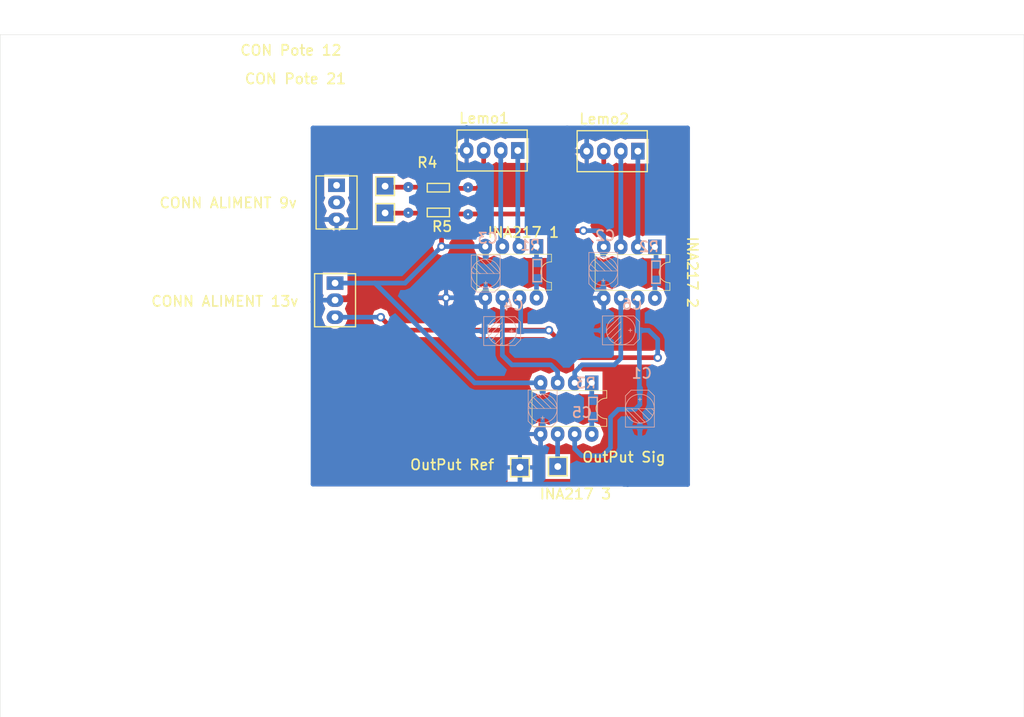
<source format=kicad_pcb>
(kicad_pcb (version 20221018) (generator pcbnew)
  (layers (0 "F.Cu" signal "Top Layer") (31 "B.Cu" signal "Bottom Layer") (34 "B.Paste" user "Bottom Paste") (35 "F.Paste" user "Top Paste") (36 "B.SilkS" user "Bottom Overlay") (37 "F.SilkS" user "Top Overlay") (38 "B.Mask" user "Bottom Solder") (39 "F.Mask" user "Top Solder") (44 "Edge.Cuts" user))
  (net 0 "")
  (net 1 "+13")
  (net 2 "-13")
  (net 3 "GND")
  (net 4 "NetCON Pote 12_1")
  (net 5 "NetCON Pote 21_1")
  (net 6 "NetINA217 1_1")
  (net 7 "NetINA217 1_2")
  (net 8 "NetINA217 1_3")
  (net 9 "NetINA217 1_6")
  (net 10 "NetINA217 1_8")
  (net 11 "NetINA217 2_1")
  (net 12 "NetINA217 2_2")
  (net 13 "NetINA217 2_3")
  (net 14 "NetINA217 2_6")
  (net 15 "NetINA217 2_8")
  (net 16 "NetINA217 3_1")
  (net 17 "NetINA217 3_6")
  (net 18 "NetINA217 3_8")
  (net 19 "NetLemo1_3")
  (net 20 "NetLemo2_3")
  (footprint "Libreria Sergio.PcbLib:Bloque.Ter. 3" (layer "F.Cu") (at 122.3761 76.6572 -90)
    (fp_text reference "CONN ALIMENT 9v" (at 3.4798 26.5 unlocked) (layer "F.SilkS") (effects (font (size 1.524 1.524) (thickness 0.254)) (justify left bottom)))
    (fp_text value "Connector" hide)
    (fp_line (start -1.4224 3.048) (end -1.4224 -3.048) (stroke (width 0.2)) (layer "F.SilkS"))
    (fp_line (start 6.477 -3.048) (end -1.4224 -3.048) (stroke (width 0.2)) (layer "F.SilkS"))
    (fp_line (start 6.477 3.048) (end -1.4224 3.048) (stroke (width 0.2)) (layer "F.SilkS"))
    (fp_line (start 6.477 3.048) (end 6.477 -3.048) (stroke (width 0.2)) (layer "F.SilkS"))
    (pad "1" thru_hole rect (at -0.0254 0 270) (size 2 2.5) (drill 1) (layers "*.Cu" "*.Mask"))
    (pad "2" thru_hole oval (at 2.5146 0 270) (size 2 2.5) (drill 1) (layers "*.Cu" "*.Mask"))
    (pad "3" thru_hole oval (at 5.0546 0 270) (size 2 2.5) (drill 1) (layers "*.Cu" "*.Mask") (net 3 "GND"))
  )
  (footprint "Libreria Sergio.PcbLib:Bloque.Ter. 3" (layer "F.Cu") (at 122.1511 91.2114 -90)
    (fp_text reference "CONN ALIMENT 13v" (at 3.5814 27.5 unlocked) (layer "F.SilkS") (effects (font (size 1.524 1.524) (thickness 0.254)) (justify left bottom)))
    (fp_text value "Connector" hide)
    (fp_line (start -1.4224 3.048) (end -1.4224 -3.048) (stroke (width 0.2)) (layer "F.SilkS"))
    (fp_line (start 6.477 -3.048) (end -1.4224 -3.048) (stroke (width 0.2)) (layer "F.SilkS"))
    (fp_line (start 6.477 3.048) (end -1.4224 3.048) (stroke (width 0.2)) (layer "F.SilkS"))
    (fp_line (start 6.477 3.048) (end 6.477 -3.048) (stroke (width 0.2)) (layer "F.SilkS"))
    (pad "1" thru_hole rect (at -0.0254 0 270) (size 2 2.5) (drill 1) (layers "*.Cu" "*.Mask") (net 2 "-13"))
    (pad "2" thru_hole oval (at 2.5146 0 270) (size 2 2.5) (drill 1) (layers "*.Cu" "*.Mask") (net 3 "GND"))
    (pad "3" thru_hole oval (at 5.0546 0 270) (size 2 2.5) (drill 1) (layers "*.Cu" "*.Mask") (net 1 "+13"))
  )
  (footprint "Libreria Sergio.PcbLib:Tira 1 pin" (layer "F.Cu") (at 129.6011 76.7588 90)
    (fp_text reference "CON Pote 12" (at 19.3294 -21.7 unlocked) (layer "F.SilkS") (effects (font (size 1.524 1.524) (thickness 0.254)) (justify left bottom)))
    (fp_text value "Connector" hide)
    (fp_line (start -1.397 -1.397) (end -1.397 1.397) (stroke (width 0.2)) (layer "F.SilkS"))
    (fp_line (start -1.397 -1.397) (end 1.397 -1.397) (stroke (width 0.2)) (layer "F.SilkS"))
    (fp_line (start -1.397 1.397) (end 1.397 1.397) (stroke (width 0.2)) (layer "F.SilkS"))
    (fp_line (start 1.397 -1.397) (end 1.397 1.397) (stroke (width 0.2)) (layer "F.SilkS"))
    (pad "1" thru_hole rect (at 0 0 90) (size 2.5 2.5) (drill 1) (layers "*.Cu" "*.Mask") (net 4 "NetCON Pote 12_1"))
  )
  (footprint "Libreria Sergio.PcbLib:Tira 1 pin" (layer "F.Cu") (at 149.6761 118.618 90)
    (fp_text reference "OutPut Ref" (at -0.5 -16.5 unlocked) (layer "F.SilkS") (effects (font (size 1.524 1.524) (thickness 0.254)) (justify left bottom)))
    (fp_text value "Connector" hide)
    (fp_line (start -1.397 -1.397) (end -1.397 1.397) (stroke (width 0.2)) (layer "F.SilkS"))
    (fp_line (start -1.397 -1.397) (end 1.397 -1.397) (stroke (width 0.2)) (layer "F.SilkS"))
    (fp_line (start -1.397 1.397) (end 1.397 1.397) (stroke (width 0.2)) (layer "F.SilkS"))
    (fp_line (start 1.397 -1.397) (end 1.397 1.397) (stroke (width 0.2)) (layer "F.SilkS"))
    (pad "1" thru_hole rect (at 0 0 90) (size 2.5 2.5) (drill 1) (layers "*.Cu" "*.Mask") (net 3 "GND"))
  )
  (footprint "Libreria Sergio.PcbLib:SMD0805" (layer "F.Cu") (at 137.5261 76.9874)
    (fp_text reference "R4" (at -3.3 -2.8448 unlocked) (layer "F.SilkS") (effects (font (size 1.524 1.524) (thickness 0.254)) (justify left bottom)))
    (fp_text value "Value" hide)
    (fp_line (start -1.651 -0.635) (end 1.651 -0.635) (stroke (width 0.2)) (layer "F.SilkS"))
    (fp_line (start -1.651 0.635) (end -1.651 -0.635) (stroke (width 0.2)) (layer "F.SilkS"))
    (fp_line (start -1.651 0.635) (end 1.651 0.635) (stroke (width 0.2)) (layer "F.SilkS"))
    (fp_line (start 1.651 0.635) (end 1.651 -0.635) (stroke (width 0.2)) (layer "F.SilkS"))
    (pad "1" smd rect (at -1.27 0) (size 1.5 1.5) (layers "F.Cu" "F.Paste" "F.Mask") (net 4 "NetCON Pote 12_1"))
    (pad "2" smd rect (at 1.27 0) (size 1.5 1.5) (layers "F.Cu" "F.Paste" "F.Mask") (net 19 "NetLemo1_3"))
  )
  (footprint "Libreria Sergio.PcbLib:Bloque.Ter. 4" (layer "F.Cu") (at 149.3261 71.4502 180)
    (fp_text reference "Lemo1" (at 8.8608 3.9116 unlocked) (layer "F.SilkS") (effects (font (size 1.524 1.524) (thickness 0.254)) (justify left bottom)))
    (fp_text value "Connector" hide)
    (fp_line (start -1.4224 -3.048) (end -1.4224 3.048) (stroke (width 0.2)) (layer "F.SilkS"))
    (fp_line (start 9.017 -3.048) (end -1.4224 -3.048) (stroke (width 0.2)) (layer "F.SilkS"))
    (fp_line (start 9.017 -3.048) (end 9.017 3.048) (stroke (width 0.2)) (layer "F.SilkS"))
    (fp_line (start 9.017 3.048) (end -1.4224 3.048) (stroke (width 0.2)) (layer "F.SilkS"))
    (pad "1" thru_hole rect (at -0.0254 0 180) (size 2 2.5) (drill 1) (layers "*.Cu" "*.Mask") (net 7 "NetINA217 1_2"))
    (pad "2" thru_hole oval (at 2.5146 0 180) (size 2 2.5) (drill 1) (layers "*.Cu" "*.Mask") (net 8 "NetINA217 1_3"))
    (pad "3" thru_hole oval (at 5.0546 0 180) (size 2 2.5) (drill 1) (layers "*.Cu" "*.Mask") (net 19 "NetLemo1_3"))
    (pad "4" thru_hole oval (at 7.5946 0 180) (size 2 2.5) (drill 1) (layers "*.Cu" "*.Mask") (net 3 "GND"))
  )
  (footprint "Libreria Sergio.PcbLib:DIP 8" (layer "F.Cu") (at 156.5511 109.84661 -90)
    (fp_text reference "INA217 3" (at 13.62279 4.075 unlocked) (layer "F.SilkS") (effects (font (size 1.524 1.524) (thickness 0.254)) (justify left bottom)))
    (fp_text value "X" hide)
    (fp_line (start -2.667 5.08) (end -2.667 -6.03999) (stroke (width 0.1)) (layer "F.SilkS"))
    (fp_line (start -1.52811 -6.03999) (end -2.667 -6.03999) (stroke (width 0.1)) (layer "F.SilkS"))
    (fp_line (start 2.667 -6.03999) (end 1.52811 -6.03999) (stroke (width 0.1)) (layer "F.SilkS"))
    (fp_line (start 2.667 5.08) (end -2.667 5.08) (stroke (width 0.1)) (layer "F.SilkS"))
    (fp_line (start 2.667 5.08) (end 2.667 -6.03999) (stroke (width 0.1)) (layer "F.SilkS"))
    (fp_arc (start 1.528111 -6.040168) (mid 0 -4.445) (end -1.528111 -6.040167) (stroke (width 0.1)) (layer "F.SilkS"))
    (pad "1" thru_hole rect (at -3.81 -3.81 270) (size 2.2 2) (drill 0.9) (layers "*.Cu" "*.Mask") (net 16 "NetINA217 3_1"))
    (pad "2" thru_hole oval (at -3.81 -1.27 270) (size 2.3 2) (drill 0.9) (layers "*.Cu" "*.Mask") (net 14 "NetINA217 2_6"))
    (pad "3" thru_hole oval (at -3.81 1.27 270) (size 2.3 2) (drill 0.9) (layers "*.Cu" "*.Mask") (net 9 "NetINA217 1_6"))
    (pad "4" thru_hole oval (at -3.81 3.81 270) (size 2.3 2) (drill 0.9) (layers "*.Cu" "*.Mask") (net 2 "-13"))
    (pad "5" thru_hole oval (at 3.81 3.81 270) (size 2.3 2) (drill 0.9) (layers "*.Cu" "*.Mask") (net 3 "GND"))
    (pad "6" thru_hole oval (at 3.81 1.27 270) (size 2.3 2) (drill 0.9) (layers "*.Cu" "*.Mask") (net 17 "NetINA217 3_6"))
    (pad "7" thru_hole oval (at 3.81 -1.27 270) (size 2.3 2) (drill 0.9) (layers "*.Cu" "*.Mask") (net 1 "+13"))
    (pad "8" thru_hole oval (at 3.81 -3.81 270) (size 2.3 2) (drill 0.9) (layers "*.Cu" "*.Mask") (net 18 "NetINA217 3_8"))
  )
  (footprint "Libreria Sergio.PcbLib:DIP 8" (layer "F.Cu") (at 148.3261 89.5578 -90)
    (fp_text reference "INA217 1" (at -5.0266 3.6 unlocked) (layer "F.SilkS") (effects (font (size 1.524 1.524) (thickness 0.254)) (justify left bottom)))
    (fp_text value "X" hide)
    (fp_line (start -2.667 5.08) (end -2.667 -6.03999) (stroke (width 0.1)) (layer "F.SilkS"))
    (fp_line (start -1.52811 -6.03999) (end -2.667 -6.03999) (stroke (width 0.1)) (layer "F.SilkS"))
    (fp_line (start 2.667 -6.03999) (end 1.52811 -6.03999) (stroke (width 0.1)) (layer "F.SilkS"))
    (fp_line (start 2.667 5.08) (end -2.667 5.08) (stroke (width 0.1)) (layer "F.SilkS"))
    (fp_line (start 2.667 5.08) (end 2.667 -6.03999) (stroke (width 0.1)) (layer "F.SilkS"))
    (fp_arc (start 1.528111 -6.040168) (mid 0 -4.445) (end -1.528111 -6.040167) (stroke (width 0.1)) (layer "F.SilkS"))
    (pad "1" thru_hole rect (at -3.81 -3.81 270) (size 2.2 2) (drill 0.9) (layers "*.Cu" "*.Mask") (net 6 "NetINA217 1_1"))
    (pad "2" thru_hole oval (at -3.81 -1.27 270) (size 2.3 2) (drill 0.9) (layers "*.Cu" "*.Mask") (net 7 "NetINA217 1_2"))
    (pad "3" thru_hole oval (at -3.81 1.27 270) (size 2.3 2) (drill 0.9) (layers "*.Cu" "*.Mask") (net 8 "NetINA217 1_3"))
    (pad "4" thru_hole oval (at -3.81 3.81 270) (size 2.3 2) (drill 0.9) (layers "*.Cu" "*.Mask") (net 2 "-13"))
    (pad "5" thru_hole oval (at 3.81 3.81 270) (size 2.3 2) (drill 0.9) (layers "*.Cu" "*.Mask") (net 3 "GND"))
    (pad "6" thru_hole oval (at 3.81 1.27 270) (size 2.3 2) (drill 0.9) (layers "*.Cu" "*.Mask") (net 9 "NetINA217 1_6"))
    (pad "7" thru_hole oval (at 3.81 -1.27 270) (size 2.3 2) (drill 0.9) (layers "*.Cu" "*.Mask") (net 1 "+13"))
    (pad "8" thru_hole oval (at 3.81 -3.81 270) (size 2.3 2) (drill 0.9) (layers "*.Cu" "*.Mask") (net 10 "NetINA217 1_8"))
  )
  (footprint "Libreria Sergio.PcbLib:Tira 1 pin" (layer "F.Cu") (at 155.3011 118.491 90)
    (fp_text reference "OutPut Sig" (at 0.5 3.5 unlocked) (layer "F.SilkS") (effects (font (size 1.524 1.524) (thickness 0.254)) (justify left bottom)))
    (fp_text value "Connector" hide)
    (fp_line (start -1.397 -1.397) (end -1.397 1.397) (stroke (width 0.2)) (layer "F.SilkS"))
    (fp_line (start -1.397 -1.397) (end 1.397 -1.397) (stroke (width 0.2)) (layer "F.SilkS"))
    (fp_line (start -1.397 1.397) (end 1.397 1.397) (stroke (width 0.2)) (layer "F.SilkS"))
    (fp_line (start 1.397 -1.397) (end 1.397 1.397) (stroke (width 0.2)) (layer "F.SilkS"))
    (pad "1" thru_hole rect (at 0 0 90) (size 2.5 2.5) (drill 1) (layers "*.Cu" "*.Mask") (net 17 "NetINA217 3_6"))
  )
  (footprint "Libreria Sergio.PcbLib:DIP 8" (layer "F.Cu") (at 165.9511 89.6112 -90)
    (fp_text reference "INA217 2" (at -5.5 -8.5 270 unlocked) (layer "F.SilkS") (effects (font (size 1.524 1.524) (thickness 0.254)) (justify left bottom)))
    (fp_text value "X" hide)
    (fp_line (start -2.667 5.08) (end -2.667 -6.03999) (stroke (width 0.1)) (layer "F.SilkS"))
    (fp_line (start -1.52811 -6.03999) (end -2.667 -6.03999) (stroke (width 0.1)) (layer "F.SilkS"))
    (fp_line (start 2.667 -6.03999) (end 1.52811 -6.03999) (stroke (width 0.1)) (layer "F.SilkS"))
    (fp_line (start 2.667 5.08) (end -2.667 5.08) (stroke (width 0.1)) (layer "F.SilkS"))
    (fp_line (start 2.667 5.08) (end 2.667 -6.03999) (stroke (width 0.1)) (layer "F.SilkS"))
    (fp_arc (start 1.528111 -6.040168) (mid 0 -4.445) (end -1.528111 -6.040167) (stroke (width 0.1)) (layer "F.SilkS"))
    (pad "1" thru_hole rect (at -3.81 -3.81 270) (size 2.2 2) (drill 0.9) (layers "*.Cu" "*.Mask") (net 11 "NetINA217 2_1"))
    (pad "2" thru_hole oval (at -3.81 -1.27 270) (size 2.3 2) (drill 0.9) (layers "*.Cu" "*.Mask") (net 12 "NetINA217 2_2"))
    (pad "3" thru_hole oval (at -3.81 1.27 270) (size 2.3 2) (drill 0.9) (layers "*.Cu" "*.Mask") (net 13 "NetINA217 2_3"))
    (pad "4" thru_hole oval (at -3.81 3.81 270) (size 2.3 2) (drill 0.9) (layers "*.Cu" "*.Mask") (net 2 "-13"))
    (pad "5" thru_hole oval (at 3.81 3.81 270) (size 2.3 2) (drill 0.9) (layers "*.Cu" "*.Mask") (net 3 "GND"))
    (pad "6" thru_hole oval (at 3.81 1.27 270) (size 2.3 2) (drill 0.9) (layers "*.Cu" "*.Mask") (net 14 "NetINA217 2_6"))
    (pad "7" thru_hole oval (at 3.81 -1.27 270) (size 2.3 2) (drill 0.9) (layers "*.Cu" "*.Mask") (net 1 "+13"))
    (pad "8" thru_hole oval (at 3.81 -3.81 270) (size 2.3 2) (drill 0.9) (layers "*.Cu" "*.Mask") (net 15 "NetINA217 2_8"))
  )
  (footprint "Libreria Sergio.PcbLib:SMD0805" (layer "F.Cu") (at 137.5261 80.6704)
    (fp_text reference "R5" (at -1.1 2.9972 unlocked) (layer "F.SilkS") (effects (font (size 1.524 1.524) (thickness 0.254)) (justify left bottom)))
    (fp_text value "Value" hide)
    (fp_line (start -1.651 -0.635) (end 1.651 -0.635) (stroke (width 0.2)) (layer "F.SilkS"))
    (fp_line (start -1.651 0.635) (end -1.651 -0.635) (stroke (width 0.2)) (layer "F.SilkS"))
    (fp_line (start -1.651 0.635) (end 1.651 0.635) (stroke (width 0.2)) (layer "F.SilkS"))
    (fp_line (start 1.651 0.635) (end 1.651 -0.635) (stroke (width 0.2)) (layer "F.SilkS"))
    (pad "1" smd rect (at -1.27 0) (size 1.5 1.5) (layers "F.Cu" "F.Paste" "F.Mask") (net 5 "NetCON Pote 21_1"))
    (pad "2" smd rect (at 1.27 0) (size 1.5 1.5) (layers "F.Cu" "F.Paste" "F.Mask") (net 20 "NetLemo2_3"))
  )
  (footprint "Libreria Sergio.PcbLib:Bloque.Ter. 4" (layer "F.Cu") (at 167.2011 71.5518 180)
    (fp_text reference "Lemo2" (at 8.8548 3.9116 unlocked) (layer "F.SilkS") (effects (font (size 1.524 1.524) (thickness 0.254)) (justify left bottom)))
    (fp_text value "Connector" hide)
    (fp_line (start -1.4224 -3.048) (end -1.4224 3.048) (stroke (width 0.2)) (layer "F.SilkS"))
    (fp_line (start 9.017 -3.048) (end -1.4224 -3.048) (stroke (width 0.2)) (layer "F.SilkS"))
    (fp_line (start 9.017 -3.048) (end 9.017 3.048) (stroke (width 0.2)) (layer "F.SilkS"))
    (fp_line (start 9.017 3.048) (end -1.4224 3.048) (stroke (width 0.2)) (layer "F.SilkS"))
    (pad "1" thru_hole rect (at -0.0254 0 180) (size 2 2.5) (drill 1) (layers "*.Cu" "*.Mask") (net 12 "NetINA217 2_2"))
    (pad "2" thru_hole oval (at 2.5146 0 180) (size 2 2.5) (drill 1) (layers "*.Cu" "*.Mask") (net 13 "NetINA217 2_3"))
    (pad "3" thru_hole oval (at 5.0546 0 180) (size 2 2.5) (drill 1) (layers "*.Cu" "*.Mask") (net 20 "NetLemo2_3"))
    (pad "4" thru_hole oval (at 7.5946 0 180) (size 2 2.5) (drill 1) (layers "*.Cu" "*.Mask") (net 3 "GND"))
  )
  (footprint "Libreria Sergio.PcbLib:Tira 1 pin" (layer "F.Cu") (at 129.6011 80.7466 90)
    (fp_text reference "CON Pote 21" (at 19.0754 -21.025 unlocked) (layer "F.SilkS") (effects (font (size 1.524 1.524) (thickness 0.254)) (justify left bottom)))
    (fp_text value "Connector" hide)
    (fp_line (start -1.397 -1.397) (end -1.397 1.397) (stroke (width 0.2)) (layer "F.SilkS"))
    (fp_line (start -1.397 -1.397) (end 1.397 -1.397) (stroke (width 0.2)) (layer "F.SilkS"))
    (fp_line (start -1.397 1.397) (end 1.397 1.397) (stroke (width 0.2)) (layer "F.SilkS"))
    (fp_line (start 1.397 -1.397) (end 1.397 1.397) (stroke (width 0.2)) (layer "F.SilkS"))
    (pad "1" thru_hole rect (at 0 0 90) (size 2.5 2.5) (drill 1) (layers "*.Cu" "*.Mask") (net 5 "NetCON Pote 21_1"))
  )
  (footprint "Libreria Sergio.PcbLib:C SMD Electrolytic" (layer "B.Cu") (at 164.7011 98.2218 -90)
    (fp_text reference "C6" (at -2.9718 -3.3372 unlocked) (layer "B.SilkS") (effects (font (size 1.524 1.524) (thickness 0.254)) (justify left bottom mirror)))
    (fp_text value "10 uF" hide)
    (fp_line (start -2.15 -1.914) (end -1.314 -2.75) (stroke (width 0.1)) (layer "B.SilkS"))
    (fp_line (start -2.15 0.009) (end -2.15 0) (stroke (width 0.1)) (layer "B.SilkS"))
    (fp_line (start -2.15 0.009) (end -2.15 0) (stroke (width 0.1)) (layer "B.SilkS"))
    (fp_line (start -2.15 2.75) (end -2.15 -1.914) (stroke (width 0.1)) (layer "B.SilkS"))
    (fp_line (start 0 -1.143) (end 0 -1.651) (stroke (width 0.1)) (layer "B.SilkS"))
    (fp_line (start 0 2.159) (end -2.15 0.009) (stroke (width 0.1)) (layer "B.SilkS"))
    (fp_line (start 0.254 -1.397) (end -0.254 -1.397) (stroke (width 0.1)) (layer "B.SilkS"))
    (fp_line (start 0.762 2.032) (end -1.27 0) (stroke (width 0.1)) (layer "B.SilkS"))
    (fp_line (start 0.889 0) (end 0.762 0) (stroke (width 0.1)) (layer "B.SilkS"))
    (fp_line (start 1.305 -2.75) (end -1.314 -2.75) (stroke (width 0.1)) (layer "B.SilkS"))
    (fp_line (start 1.397 1.651) (end -0.254 0) (stroke (width 0.1)) (layer "B.SilkS"))
    (fp_line (start 1.778 0.009) (end 1.778 0) (stroke (width 0.1)) (layer "B.SilkS"))
    (fp_line (start 1.905 1.016) (end 0.889 0) (stroke (width 0.1)) (layer "B.SilkS"))
    (fp_line (start 2.15 -1.905) (end 1.305 -2.75) (stroke (width 0.1)) (layer "B.SilkS"))
    (fp_line (start 2.15 0) (end -2.15 0) (stroke (width 0.08)) (layer "B.SilkS"))
    (fp_line (start 2.15 0.381) (end 1.778 0.009) (stroke (width 0.1)) (layer "B.SilkS"))
    (fp_line (start 2.15 2.75) (end -2.15 2.75) (stroke (width 0.1)) (layer "B.SilkS"))
    (fp_line (start 2.15 2.75) (end 2.15 -1.905) (stroke (width 0.1)) (layer "B.SilkS"))
    (fp_circle (center 0 0) (end -2.15 0) (stroke (width 0.1)) (fill none) (layer "B.SilkS"))
    (pad "1" smd oval (at 0 2.75 90) (size 0.9 1.5) (layers "B.Cu" "B.Paste" "B.Mask") (net 3 "GND"))
    (pad "2" smd oval (at 0 -2.75 90) (size 0.9 1.5) (layers "B.Cu" "B.Paste" "B.Mask") (net 1 "+13"))
  )
  (footprint "Libreria Sergio.PcbLib:SMD0805" (layer "B.Cu") (at 152.2511 89.3318 -90)
    (fp_text reference "R1" (at -2.8956 -0.5934 unlocked) (layer "B.SilkS") (effects (font (size 1.524 1.524) (thickness 0.254)) (justify left bottom mirror)))
    (fp_text value "204 Ohm" hide)
    (fp_line (start -1.651 0.635) (end -1.651 -0.635) (stroke (width 0.2)) (layer "B.SilkS"))
    (fp_line (start 1.651 -0.635) (end -1.651 -0.635) (stroke (width 0.2)) (layer "B.SilkS"))
    (fp_line (start 1.651 0.635) (end -1.651 0.635) (stroke (width 0.2)) (layer "B.SilkS"))
    (fp_line (start 1.651 0.635) (end 1.651 -0.635) (stroke (width 0.2)) (layer "B.SilkS"))
    (pad "1" smd rect (at -1.27 0 270) (size 1.5 1.5) (layers "B.Cu" "B.Paste" "B.Mask") (net 6 "NetINA217 1_1"))
    (pad "2" smd rect (at 1.27 0 270) (size 1.5 1.5) (layers "B.Cu" "B.Paste" "B.Mask") (net 10 "NetINA217 1_8"))
  )
  (footprint "Libreria Sergio.PcbLib:C SMD Electrolytic" (layer "B.Cu") (at 162.0761 89.3826 180)
    (fp_text reference "C2" (at -1.9426 4.3688 unlocked) (layer "B.SilkS") (effects (font (size 1.524 1.524) (thickness 0.254)) (justify left bottom mirror)))
    (fp_text value "10uF" hide)
    (fp_line (start -2.15 -1.914) (end -2.15 2.75) (stroke (width 0.1)) (layer "B.SilkS"))
    (fp_line (start -2.15 0) (end -2.15 0.009) (stroke (width 0.1)) (layer "B.SilkS"))
    (fp_line (start -2.15 0) (end -2.15 0.009) (stroke (width 0.1)) (layer "B.SilkS"))
    (fp_line (start -1.314 -2.75) (end -2.15 -1.914) (stroke (width 0.1)) (layer "B.SilkS"))
    (fp_line (start 0 -1.651) (end 0 -1.143) (stroke (width 0.1)) (layer "B.SilkS"))
    (fp_line (start 0 2.159) (end -2.15 0.009) (stroke (width 0.1)) (layer "B.SilkS"))
    (fp_line (start 0.254 -1.397) (end -0.254 -1.397) (stroke (width 0.1)) (layer "B.SilkS"))
    (fp_line (start 0.762 2.032) (end -1.27 0) (stroke (width 0.1)) (layer "B.SilkS"))
    (fp_line (start 0.889 0) (end 0.762 0) (stroke (width 0.1)) (layer "B.SilkS"))
    (fp_line (start 1.305 -2.75) (end -1.314 -2.75) (stroke (width 0.1)) (layer "B.SilkS"))
    (fp_line (start 1.397 1.651) (end -0.254 0) (stroke (width 0.1)) (layer "B.SilkS"))
    (fp_line (start 1.778 0) (end 1.778 0.009) (stroke (width 0.1)) (layer "B.SilkS"))
    (fp_line (start 1.905 1.016) (end 0.889 0) (stroke (width 0.1)) (layer "B.SilkS"))
    (fp_line (start 2.15 -1.905) (end 1.305 -2.75) (stroke (width 0.1)) (layer "B.SilkS"))
    (fp_line (start 2.15 -1.905) (end 2.15 2.75) (stroke (width 0.1)) (layer "B.SilkS"))
    (fp_line (start 2.15 0) (end -2.15 0) (stroke (width 0.08)) (layer "B.SilkS"))
    (fp_line (start 2.15 0.381) (end 1.778 0.009) (stroke (width 0.1)) (layer "B.SilkS"))
    (fp_line (start 2.15 2.75) (end -2.15 2.75) (stroke (width 0.1)) (layer "B.SilkS"))
    (fp_circle (center 0 0) (end 0 2.15) (stroke (width 0.1)) (fill none) (layer "B.SilkS"))
    (pad "1" smd oval (at 0 2.75) (size 0.9 1.5) (layers "B.Cu" "B.Paste" "B.Mask") (net 2 "-13"))
    (pad "2" smd oval (at 0 -2.75) (size 0.9 1.5) (layers "B.Cu" "B.Paste" "B.Mask") (net 3 "GND"))
  )
  (footprint "Libreria Sergio.PcbLib:SMD0805" (layer "B.Cu") (at 169.9261 89.5604 -90)
    (fp_text reference "R2" (at -2.89561 -0.598 unlocked) (layer "B.SilkS") (effects (font (size 1.524 1.524) (thickness 0.254)) (justify left bottom mirror)))
    (fp_text value "204 Ohm" hide)
    (fp_line (start -1.651 0.635) (end -1.651 -0.635) (stroke (width 0.2)) (layer "B.SilkS"))
    (fp_line (start 1.651 -0.635) (end -1.651 -0.635) (stroke (width 0.2)) (layer "B.SilkS"))
    (fp_line (start 1.651 0.635) (end -1.651 0.635) (stroke (width 0.2)) (layer "B.SilkS"))
    (fp_line (start 1.651 0.635) (end 1.651 -0.635) (stroke (width 0.2)) (layer "B.SilkS"))
    (pad "1" smd rect (at -1.27 0 270) (size 1.5 1.5) (layers "B.Cu" "B.Paste" "B.Mask") (net 11 "NetINA217 2_1"))
    (pad "2" smd rect (at 1.27 0 270) (size 1.5 1.5) (layers "B.Cu" "B.Paste" "B.Mask") (net 15 "NetINA217 2_8"))
  )
  (footprint "Libreria Sergio.PcbLib:C SMD Electrolytic" (layer "B.Cu") (at 167.5261 109.8804)
    (fp_text reference "C1" (at 1.9396 -4.3688 unlocked) (layer "B.SilkS") (effects (font (size 1.524 1.524) (thickness 0.254)) (justify left bottom mirror)))
    (fp_text value "10 uF" hide)
    (fp_line (start -2.15 -1.914) (end -1.314 -2.75) (stroke (width 0.1)) (layer "B.SilkS"))
    (fp_line (start -2.15 0) (end 2.15 0) (stroke (width 0.08)) (layer "B.SilkS"))
    (fp_line (start -2.15 0.009) (end -2.15 0) (stroke (width 0.1)) (layer "B.SilkS"))
    (fp_line (start -2.15 0.009) (end -2.15 0) (stroke (width 0.1)) (layer "B.SilkS"))
    (fp_line (start -2.15 0.009) (end 0 2.159) (stroke (width 0.1)) (layer "B.SilkS"))
    (fp_line (start -2.15 2.75) (end -2.15 -1.914) (stroke (width 0.1)) (layer "B.SilkS"))
    (fp_line (start -2.15 2.75) (end 2.15 2.75) (stroke (width 0.1)) (layer "B.SilkS"))
    (fp_line (start -1.314 -2.75) (end 1.305 -2.75) (stroke (width 0.1)) (layer "B.SilkS"))
    (fp_line (start -1.27 0) (end 0.762 2.032) (stroke (width 0.1)) (layer "B.SilkS"))
    (fp_line (start -0.254 -1.397) (end 0.254 -1.397) (stroke (width 0.1)) (layer "B.SilkS"))
    (fp_line (start -0.254 0) (end 1.397 1.651) (stroke (width 0.1)) (layer "B.SilkS"))
    (fp_line (start 0 -1.143) (end 0 -1.651) (stroke (width 0.1)) (layer "B.SilkS"))
    (fp_line (start 0.762 0) (end 0.889 0) (stroke (width 0.1)) (layer "B.SilkS"))
    (fp_line (start 0.889 0) (end 1.905 1.016) (stroke (width 0.1)) (layer "B.SilkS"))
    (fp_line (start 1.305 -2.75) (end 2.15 -1.905) (stroke (width 0.1)) (layer "B.SilkS"))
    (fp_line (start 1.778 0.009) (end 1.778 0) (stroke (width 0.1)) (layer "B.SilkS"))
    (fp_line (start 1.778 0.009) (end 2.15 0.381) (stroke (width 0.1)) (layer "B.SilkS"))
    (fp_line (start 2.15 2.75) (end 2.15 -1.905) (stroke (width 0.1)) (layer "B.SilkS"))
    (fp_circle (center 0 0) (end 0 -2.15) (stroke (width 0.1)) (fill none) (layer "B.SilkS"))
    (pad "1" smd oval (at 0 2.75 180) (size 0.9 1.5) (layers "B.Cu" "B.Paste" "B.Mask") (net 3 "GND"))
    (pad "2" smd oval (at 0 -2.75 180) (size 0.9 1.5) (layers "B.Cu" "B.Paste" "B.Mask") (net 1 "+13"))
  )
  (footprint "Libreria Sergio.PcbLib:C SMD Electrolytic" (layer "B.Cu") (at 147.0261 98.3234 -90)
    (fp_text reference "C4" (at -2.9718 -3.3546 unlocked) (layer "B.SilkS") (effects (font (size 1.524 1.524) (thickness 0.254)) (justify left bottom mirror)))
    (fp_text value "10 uF" hide)
    (fp_line (start -2.15 -1.914) (end -1.314 -2.75) (stroke (width 0.1)) (layer "B.SilkS"))
    (fp_line (start -2.15 0.009) (end -2.15 0) (stroke (width 0.1)) (layer "B.SilkS"))
    (fp_line (start -2.15 0.009) (end -2.15 0) (stroke (width 0.1)) (layer "B.SilkS"))
    (fp_line (start -2.15 2.75) (end -2.15 -1.914) (stroke (width 0.1)) (layer "B.SilkS"))
    (fp_line (start 0 -1.143) (end 0 -1.651) (stroke (width 0.1)) (layer "B.SilkS"))
    (fp_line (start 0 2.159) (end -2.15 0.009) (stroke (width 0.1)) (layer "B.SilkS"))
    (fp_line (start 0.254 -1.397) (end -0.254 -1.397) (stroke (width 0.1)) (layer "B.SilkS"))
    (fp_line (start 0.762 2.032) (end -1.27 0) (stroke (width 0.1)) (layer "B.SilkS"))
    (fp_line (start 0.889 0) (end 0.762 0) (stroke (width 0.1)) (layer "B.SilkS"))
    (fp_line (start 1.305 -2.75) (end -1.314 -2.75) (stroke (width 0.1)) (layer "B.SilkS"))
    (fp_line (start 1.397 1.651) (end -0.254 0) (stroke (width 0.1)) (layer "B.SilkS"))
    (fp_line (start 1.778 0.009) (end 1.778 0) (stroke (width 0.1)) (layer "B.SilkS"))
    (fp_line (start 1.905 1.016) (end 0.889 0) (stroke (width 0.1)) (layer "B.SilkS"))
    (fp_line (start 2.15 -1.905) (end 1.305 -2.75) (stroke (width 0.1)) (layer "B.SilkS"))
    (fp_line (start 2.15 0) (end -2.15 0) (stroke (width 0.08)) (layer "B.SilkS"))
    (fp_line (start 2.15 0.381) (end 1.778 0.009) (stroke (width 0.1)) (layer "B.SilkS"))
    (fp_line (start 2.15 2.75) (end -2.15 2.75) (stroke (width 0.1)) (layer "B.SilkS"))
    (fp_line (start 2.15 2.75) (end 2.15 -1.905) (stroke (width 0.1)) (layer "B.SilkS"))
    (fp_circle (center 0 0) (end -2.15 0) (stroke (width 0.1)) (fill none) (layer "B.SilkS"))
    (pad "1" smd oval (at 0 2.75 90) (size 0.9 1.5) (layers "B.Cu" "B.Paste" "B.Mask") (net 3 "GND"))
    (pad "2" smd oval (at 0 -2.75 90) (size 0.9 1.5) (layers "B.Cu" "B.Paste" "B.Mask") (net 1 "+13"))
  )
  (footprint "Libreria Sergio.PcbLib:C SMD Electrolytic" (layer "B.Cu") (at 144.5761 89.7636 180)
    (fp_text reference "C3" (at -1.945 4.3688 unlocked) (layer "B.SilkS") (effects (font (size 1.524 1.524) (thickness 0.254)) (justify left bottom mirror)))
    (fp_text value "10uF" hide)
    (fp_line (start -2.15 -1.914) (end -2.15 2.75) (stroke (width 0.1)) (layer "B.SilkS"))
    (fp_line (start -2.15 0) (end -2.15 0.009) (stroke (width 0.1)) (layer "B.SilkS"))
    (fp_line (start -2.15 0) (end -2.15 0.009) (stroke (width 0.1)) (layer "B.SilkS"))
    (fp_line (start -1.314 -2.75) (end -2.15 -1.914) (stroke (width 0.1)) (layer "B.SilkS"))
    (fp_line (start 0 -1.651) (end 0 -1.143) (stroke (width 0.1)) (layer "B.SilkS"))
    (fp_line (start 0 2.159) (end -2.15 0.009) (stroke (width 0.1)) (layer "B.SilkS"))
    (fp_line (start 0.254 -1.397) (end -0.254 -1.397) (stroke (width 0.1)) (layer "B.SilkS"))
    (fp_line (start 0.762 2.032) (end -1.27 0) (stroke (width 0.1)) (layer "B.SilkS"))
    (fp_line (start 0.889 0) (end 0.762 0) (stroke (width 0.1)) (layer "B.SilkS"))
    (fp_line (start 1.305 -2.75) (end -1.314 -2.75) (stroke (width 0.1)) (layer "B.SilkS"))
    (fp_line (start 1.397 1.651) (end -0.254 0) (stroke (width 0.1)) (layer "B.SilkS"))
    (fp_line (start 1.778 0) (end 1.778 0.009) (stroke (width 0.1)) (layer "B.SilkS"))
    (fp_line (start 1.905 1.016) (end 0.889 0) (stroke (width 0.1)) (layer "B.SilkS"))
    (fp_line (start 2.15 -1.905) (end 1.305 -2.75) (stroke (width 0.1)) (layer "B.SilkS"))
    (fp_line (start 2.15 -1.905) (end 2.15 2.75) (stroke (width 0.1)) (layer "B.SilkS"))
    (fp_line (start 2.15 0) (end -2.15 0) (stroke (width 0.08)) (layer "B.SilkS"))
    (fp_line (start 2.15 0.381) (end 1.778 0.009) (stroke (width 0.1)) (layer "B.SilkS"))
    (fp_line (start 2.15 2.75) (end -2.15 2.75) (stroke (width 0.1)) (layer "B.SilkS"))
    (fp_circle (center 0 0) (end 0 2.15) (stroke (width 0.1)) (fill none) (layer "B.SilkS"))
    (pad "1" smd oval (at 0 2.75) (size 0.9 1.5) (layers "B.Cu" "B.Paste" "B.Mask") (net 2 "-13"))
    (pad "2" smd oval (at 0 -2.75) (size 0.9 1.5) (layers "B.Cu" "B.Paste" "B.Mask") (net 3 "GND"))
  )
  (footprint "Libreria Sergio.PcbLib:SMD0805" (layer "B.Cu") (at 160.5511 109.8466 -90)
    (fp_text reference "R3" (at -2.8872 -0.5992 unlocked) (layer "B.SilkS") (effects (font (size 1.524 1.524) (thickness 0.254)) (justify left bottom mirror)))
    (fp_text value "1kOhm" hide)
    (fp_line (start -1.651 0.635) (end -1.651 -0.635) (stroke (width 0.2)) (layer "B.SilkS"))
    (fp_line (start 1.651 -0.635) (end -1.651 -0.635) (stroke (width 0.2)) (layer "B.SilkS"))
    (fp_line (start 1.651 0.635) (end -1.651 0.635) (stroke (width 0.2)) (layer "B.SilkS"))
    (fp_line (start 1.651 0.635) (end 1.651 -0.635) (stroke (width 0.2)) (layer "B.SilkS"))
    (pad "1" smd rect (at -1.27 0 270) (size 1.5 1.5) (layers "B.Cu" "B.Paste" "B.Mask") (net 16 "NetINA217 3_1"))
    (pad "2" smd rect (at 1.27 0 270) (size 1.5 1.5) (layers "B.Cu" "B.Paste" "B.Mask") (net 18 "NetINA217 3_8"))
  )
  (footprint "Libreria Sergio.PcbLib:C SMD Electrolytic" (layer "B.Cu") (at 153.0511 109.8466 180)
    (fp_text reference "C5" (at -7.5 -1.5 unlocked) (layer "B.SilkS") (effects (font (size 1.524 1.524) (thickness 0.254)) (justify left bottom mirror)))
    (fp_text value "10uF" hide)
    (fp_line (start -2.15 -1.914) (end -2.15 2.75) (stroke (width 0.1)) (layer "B.SilkS"))
    (fp_line (start -2.15 0) (end -2.15 0.009) (stroke (width 0.1)) (layer "B.SilkS"))
    (fp_line (start -2.15 0) (end -2.15 0.009) (stroke (width 0.1)) (layer "B.SilkS"))
    (fp_line (start -1.314 -2.75) (end -2.15 -1.914) (stroke (width 0.1)) (layer "B.SilkS"))
    (fp_line (start 0 -1.651) (end 0 -1.143) (stroke (width 0.1)) (layer "B.SilkS"))
    (fp_line (start 0 2.159) (end -2.15 0.009) (stroke (width 0.1)) (layer "B.SilkS"))
    (fp_line (start 0.254 -1.397) (end -0.254 -1.397) (stroke (width 0.1)) (layer "B.SilkS"))
    (fp_line (start 0.762 2.032) (end -1.27 0) (stroke (width 0.1)) (layer "B.SilkS"))
    (fp_line (start 0.889 0) (end 0.762 0) (stroke (width 0.1)) (layer "B.SilkS"))
    (fp_line (start 1.305 -2.75) (end -1.314 -2.75) (stroke (width 0.1)) (layer "B.SilkS"))
    (fp_line (start 1.397 1.651) (end -0.254 0) (stroke (width 0.1)) (layer "B.SilkS"))
    (fp_line (start 1.778 0) (end 1.778 0.009) (stroke (width 0.1)) (layer "B.SilkS"))
    (fp_line (start 1.905 1.016) (end 0.889 0) (stroke (width 0.1)) (layer "B.SilkS"))
    (fp_line (start 2.15 -1.905) (end 1.305 -2.75) (stroke (width 0.1)) (layer "B.SilkS"))
    (fp_line (start 2.15 -1.905) (end 2.15 2.75) (stroke (width 0.1)) (layer "B.SilkS"))
    (fp_line (start 2.15 0) (end -2.15 0) (stroke (width 0.08)) (layer "B.SilkS"))
    (fp_line (start 2.15 0.381) (end 1.778 0.009) (stroke (width 0.1)) (layer "B.SilkS"))
    (fp_line (start 2.15 2.75) (end -2.15 2.75) (stroke (width 0.1)) (layer "B.SilkS"))
    (fp_circle (center 0 0) (end 0 2.15) (stroke (width 0.1)) (fill none) (layer "B.SilkS"))
    (pad "1" smd oval (at 0 2.75) (size 0.9 1.5) (layers "B.Cu" "B.Paste" "B.Mask") (net 2 "-13"))
    (pad "2" smd oval (at 0 -2.75) (size 0.9 1.5) (layers "B.Cu" "B.Paste" "B.Mask") (net 3 "GND"))
  )
  (gr_line (start 72.3011 155.8036) (end 224.7011 155.8036) (stroke (width 0.05)) (layer "Edge.Cuts"))
  (gr_line (start 224.7011 54.2036) (end 72.3011 54.2036) (stroke (width 0.05)) (layer "Edge.Cuts"))
  (gr_line (start 72.3011 54.2036) (end 72.3011 155.8036) (stroke (width 0.05)) (layer "Edge.Cuts"))
  (gr_line (start 224.7011 155.8036) (end 224.7011 54.2036) (stroke (width 0.05)) (layer "Edge.Cuts"))
  (segment (start 130.8811 98.1964) (end 153.9835 98.1964) (width 0.7) (layer "F.Cu") (net 1))
  (segment (start 158.0729 102.2858) (end 170.1749 102.2858) (width 0.7) (layer "F.Cu") (net 1))
  (segment (start 128.9507 96.266) (end 130.8811 98.1964) (width 0.7) (layer "F.Cu") (net 1))
  (segment (start 153.9835 98.1964) (end 158.0729 102.2858) (width 0.7) (layer "F.Cu") (net 1))
  (via (at 170.1749 102.2858) (size 1.27) (drill 0.7112) (layers "F.Cu" "B.Cu") (net 1))
  (via (at 153.9835 98.1964) (size 1.27) (drill 0.7112) (layers "F.Cu" "B.Cu") (net 1))
  (via (at 128.9507 96.266) (size 1.27) (drill 0.7112) (layers "F.Cu" "B.Cu") (net 1))
  (segment (start 168.8307 98.2218) (end 170.1749 99.566) (width 0.7) (layer "B.Cu") (net 1))
  (segment (start 167.4511 107.0554) (end 167.5261 107.1304) (width 0.7) (layer "B.Cu") (net 1))
  (segment (start 161.9717 116.8654) (end 163.1511 115.686) (width 0.7) (layer "B.Cu") (net 1))
  (segment (start 167.2211 97.9918) (end 167.4511 98.2218) (width 0.7) (layer "B.Cu") (net 1))
  (segment (start 167.2211 97.9918) (end 167.2211 93.4212) (width 0.7) (layer "B.Cu") (net 1))
  (segment (start 149.7761 98.3234) (end 153.8565 98.3234) (width 0.7) (layer "B.Cu") (net 1))
  (segment (start 158.8433 116.8654) (end 161.9717 116.8654) (width 0.7) (layer "B.Cu") (net 1))
  (segment (start 164.3179 109.982) (end 166.8233 109.982) (width 0.7) (layer "B.Cu") (net 1))
  (segment (start 166.8233 109.982) (end 167.5261 109.2792) (width 0.7) (layer "B.Cu") (net 1))
  (segment (start 157.8211 115.8432) (end 157.8211 113.65661) (width 0.7) (layer "B.Cu") (net 1))
  (segment (start 157.8211 115.8432) (end 158.8433 116.8654) (width 0.7) (layer "B.Cu") (net 1))
  (segment (start 149.7761 98.3234) (end 149.7761 93.5478) (width 0.7) (layer "B.Cu") (net 1))
  (segment (start 153.8565 98.3234) (end 153.9835 98.1964) (width 0.7) (layer "B.Cu") (net 1))
  (segment (start 163.1511 111.1488) (end 164.3179 109.982) (width 0.7) (layer "B.Cu") (net 1))
  (segment (start 163.1511 115.686) (end 163.1511 111.1488) (width 0.7) (layer "B.Cu") (net 1))
  (segment (start 167.4511 107.0554) (end 167.4511 98.2218) (width 0.7) (layer "B.Cu") (net 1))
  (segment (start 122.1511 96.266) (end 128.9507 96.266) (width 0.7) (layer "B.Cu") (net 1))
  (segment (start 167.5261 109.2792) (end 167.5261 107.1304) (width 0.7) (layer "B.Cu") (net 1))
  (segment (start 167.4511 98.2218) (end 168.8307 98.2218) (width 0.7) (layer "B.Cu") (net 1))
  (segment (start 170.1749 102.2858) (end 170.1749 99.566) (width 0.7) (layer "B.Cu") (net 1))
  (segment (start 149.5961 98.1434) (end 149.7761 98.3234) (width 0.7) (layer "B.Cu") (net 1))
  (segment (start 121.5611 95.676) (end 122.1511 96.266) (width 0.7) (layer "B.Cu") (net 1))
  (segment (start 138.0013 85.7478) (end 138.0013 84.5058) (width 0.7) (layer "F.Cu") (net 2))
  (segment (start 139.1261 83.381) (end 159.1189 83.381) (width 0.7) (layer "F.Cu") (net 2))
  (segment (start 138.0013 84.5058) (end 139.1261 83.381) (width 0.7) (layer "F.Cu") (net 2))
  (via (at 138.0013 85.7478) (size 1.27) (drill 0.7112) (layers "F.Cu" "B.Cu") (net 2))
  (via (at 159.1189 83.381) (size 1.27) (drill 0.7112) (layers "F.Cu" "B.Cu") (net 2))
  (segment (start 138.0013 85.7478) (end 144.5161 85.7478) (width 0.7) (layer "B.Cu") (net 2))
  (segment (start 128.0817 91.186) (end 132.5631 91.186) (width 0.7) (layer "B.Cu") (net 2))
  (segment (start 152.7411 106.7866) (end 152.7411 106.03661) (width 0.7) (layer "B.Cu") (net 2))
  (segment (start 159.1189 83.381) (end 161.3585 83.381) (width 0.7) (layer "B.Cu") (net 2))
  (segment (start 162.1411 85.8012) (end 162.1411 84.1636) (width 0.7) (layer "B.Cu") (net 2))
  (segment (start 161.3585 83.381) (end 162.1411 84.1636) (width 0.7) (layer "B.Cu") (net 2))
  (segment (start 122.1511 91.186) (end 128.0817 91.186) (width 0.7) (layer "B.Cu") (net 2))
  (segment (start 142.93231 106.03661) (end 152.7411 106.03661) (width 0.7) (layer "B.Cu") (net 2))
  (segment (start 132.5631 91.186) (end 138.0013 85.7478) (width 0.7) (layer "B.Cu") (net 2))
  (segment (start 128.0817 91.186) (end 142.93231 106.03661) (width 0.7) (layer "B.Cu") (net 2))
  (segment (start 122.1511 93.726) (end 122.5067 93.3704) (width 0.7) (layer "F.Cu") (net 3))
  (segment (start 122.5067 93.3704) (end 138.6761 93.3704) (width 0.7) (layer "F.Cu") (net 3))
  (via (at 138.6761 93.3704) (size 1.27) (drill 0.7112) (layers "F.Cu" "B.Cu") (net 3))
  (segment (start 162.1411 98.0318) (end 162.1411 93.4212) (width 0.7) (layer "B.Cu") (net 3))
  (segment (start 165.7005 121.158) (end 167.5261 119.3324) (width 0.7) (layer "B.Cu") (net 3))
  (segment (start 149.6761 121.108) (end 149.6761 118.618) (width 0.7) (layer "B.Cu") (net 3))
  (segment (start 159.6065 71.5518) (end 159.6065 68.3762) (width 0.7) (layer "B.Cu") (net 3))
  (segment (start 152.7411 113.65661) (end 152.7411 112.9066) (width 0.7) (layer "B.Cu") (net 3))
  (segment (start 161.9511 98.2218) (end 162.1411 98.0318) (width 0.7) (layer "B.Cu") (net 3))
  (segment (start 144.0563 93.8276) (end 144.5161 93.3678) (width 0.7) (layer "B.Cu") (net 3))
  (segment (start 119.1249 93.726) (end 122.1511 93.726) (width 0.7) (layer "B.Cu") (net 3))
  (segment (start 118.8761 93.9748) (end 118.8761 68.0974) (width 0.7) (layer "B.Cu") (net 3))
  (segment (start 149.6761 121.108) (end 165.0511 121.108) (width 0.7) (layer "B.Cu") (net 3))
  (segment (start 159.3277 68.0974) (end 159.6065 68.3762) (width 0.7) (layer "B.Cu") (net 3))
  (segment (start 118.8761 68.0974) (end 141.7315 68.0974) (width 0.7) (layer "B.Cu") (net 3))
  (segment (start 174.6261 121.158) (end 174.6261 68.0974) (width 0.7) (layer "B.Cu") (net 3))
  (segment (start 156.7011 68.0974) (end 159.3277 68.0974) (width 0.7) (layer "B.Cu") (net 3))
  (segment (start 118.8761 93.9748) (end 119.1249 93.726) (width 0.7) (layer "B.Cu") (net 3))
  (segment (start 119.0285 93.726) (end 119.1249 93.726) (width 0.7) (layer "B.Cu") (net 3))
  (segment (start 119.2519 81.7118) (end 122.3761 81.7118) (width 0.7) (layer "B.Cu") (net 3))
  (segment (start 158.7479 93.4212) (end 162.1411 93.4212) (width 0.7) (layer "B.Cu") (net 3))
  (segment (start 118.8761 121.108) (end 118.8761 93.9748) (width 0.7) (layer "B.Cu") (net 3))
  (segment (start 167.5261 119.3324) (end 167.5261 112.6304) (width 0.7) (layer "B.Cu") (net 3))
  (segment (start 165.7005 121.158) (end 174.6261 121.158) (width 0.7) (layer "B.Cu") (net 3))
  (segment (start 156.8511 91.5244) (end 156.8511 68.2474) (width 0.7) (layer "B.Cu") (net 3))
  (segment (start 138.6761 93.3704) (end 144.5135 93.3704) (width 0.7) (layer "B.Cu") (net 3))
  (segment (start 152.7411 121.073) (end 152.7411 113.65661) (width 0.7) (layer "B.Cu") (net 3))
  (segment (start 159.3277 68.0974) (end 174.6261 68.0974) (width 0.7) (layer "B.Cu") (net 3))
  (segment (start 165.1011 121.158) (end 165.7005 121.158) (width 0.7) (layer "B.Cu") (net 3))
  (segment (start 144.5161 98.0834) (end 144.5161 93.3678) (width 0.7) (layer "B.Cu") (net 3))
  (segment (start 144.5135 93.3704) (end 144.5161 93.3678) (width 0.7) (layer "B.Cu") (net 3))
  (segment (start 156.8511 91.5244) (end 158.7479 93.4212) (width 0.7) (layer "B.Cu") (net 3))
  (segment (start 144.2761 98.3234) (end 144.5161 98.0834) (width 0.7) (layer "B.Cu") (net 3))
  (segment (start 141.7315 68.0974) (end 156.7011 68.0974) (width 0.7) (layer "B.Cu") (net 3))
  (segment (start 118.8761 121.108) (end 149.6761 121.108) (width 0.7) (layer "B.Cu") (net 3))
  (segment (start 156.7011 68.0974) (end 156.8511 68.2474) (width 0.7) (layer "B.Cu") (net 3))
  (segment (start 141.7315 68.0974) (end 141.7315 68.0212) (width 0.7) (layer "B.Cu") (net 3))
  (segment (start 141.7315 71.4502) (end 141.7315 68.0974) (width 0.7) (layer "B.Cu") (net 3))
  (segment (start 129.9261 76.9112) (end 135.9511 76.9112) (width 0.7) (layer "F.Cu") (net 4))
  (via (at 133.0511 76.8858) (size 1.5) (drill 0) (layers "F.Cu" "B.Cu") (net 4))
  (segment (start 128.8269 80.772) (end 135.9011 80.772) (width 0.7) (layer "F.Cu") (net 5))
  (via (at 133.0511 80.7212) (size 1.5) (drill 0) (layers "F.Cu" "B.Cu") (net 5))
  (segment (start 152.1361 88.1808) (end 152.1361 85.7478) (width 0.7) (layer "B.Cu") (net 6))
  (segment (start 152.0011 88.3158) (end 152.1361 88.1808) (width 0.7) (layer "B.Cu") (net 6))
  (segment (start 149.3515 85.5032) (end 149.3515 71.4502) (width 0.7) (layer "B.Cu") (net 7))
  (segment (start 149.3515 85.5032) (end 149.5961 85.7478) (width 0.7) (layer "B.Cu") (net 7))
  (segment (start 146.8115 85.5032) (end 146.8115 71.4502) (width 0.7) (layer "B.Cu") (net 8))
  (segment (start 146.4661 85.1578) (end 146.8115 85.5032) (width 0.7) (layer "B.Cu") (net 8))
  (segment (start 146.8115 85.5032) (end 147.0561 85.7478) (width 0.7) (layer "B.Cu") (net 8))
  (segment (start 154.2609 103.3526) (end 155.2811 104.3728) (width 0.7) (layer "B.Cu") (net 9))
  (segment (start 147.0561 101.9364) (end 148.4723 103.3526) (width 0.7) (layer "B.Cu") (net 9))
  (segment (start 155.2811 106.03661) (end 155.2811 106.0366) (width 0.7) (layer "B.Cu") (net 9))
  (segment (start 155.2811 106.0366) (end 155.2811 104.3728) (width 0.7) (layer "B.Cu") (net 9))
  (segment (start 147.0561 101.9364) (end 147.0561 93.3678) (width 0.7) (layer "B.Cu") (net 9))
  (segment (start 154.6911 105.4466) (end 155.2811 106.0366) (width 0.7) (layer "B.Cu") (net 9))
  (segment (start 148.4723 103.3526) (end 154.2609 103.3526) (width 0.7) (layer "B.Cu") (net 9))
  (segment (start 152.1361 90.6422) (end 152.1511 90.6272) (width 0.7) (layer "B.Cu") (net 10))
  (segment (start 152.1361 93.3678) (end 152.1361 90.6422) (width 0.7) (layer "B.Cu") (net 10))
  (segment (start 169.9261 88.2904) (end 169.9261 85.9662) (width 0.7) (layer "B.Cu") (net 11))
  (segment (start 167.2211 85.8012) (end 167.2265 85.7958) (width 0.7) (layer "B.Cu") (net 12))
  (segment (start 167.2265 85.7958) (end 167.2265 71.5518) (width 0.7) (layer "B.Cu") (net 12))
  (segment (start 164.6865 85.7958) (end 164.6865 71.5518) (width 0.7) (layer "B.Cu") (net 13))
  (segment (start 164.6811 85.8012) (end 164.6865 85.7958) (width 0.7) (layer "B.Cu") (net 13))
  (segment (start 157.8211 106.0366) (end 158.4111 105.4466) (width 0.7) (layer "B.Cu") (net 14))
  (segment (start 157.7761 106.0816) (end 157.8211 106.0366) (width 0.7) (layer "B.Cu") (net 14))
  (segment (start 163.7213 103.3526) (end 164.6811 102.3928) (width 0.7) (layer "B.Cu") (net 14))
  (segment (start 157.8211 106.03661) (end 157.8211 106.0366) (width 0.7) (layer "B.Cu") (net 14))
  (segment (start 158.9171 103.3526) (end 163.7213 103.3526) (width 0.7) (layer "B.Cu") (net 14))
  (segment (start 157.8211 104.4486) (end 158.9171 103.3526) (width 0.7) (layer "B.Cu") (net 14))
  (segment (start 157.8211 106.0366) (end 157.8211 104.4486) (width 0.7) (layer "B.Cu") (net 14))
  (segment (start 164.6811 102.3928) (end 164.6811 93.4212) (width 0.7) (layer "B.Cu") (net 14))
  (segment (start 169.7611 93.4212) (end 169.7611 90.9954) (width 0.7) (layer "B.Cu") (net 15))
  (segment (start 160.3611 108.3866) (end 160.3611 106.03661) (width 0.7) (layer "B.Cu") (net 16))
  (segment (start 155.2811 118.471) (end 155.2811 113.65661) (width 0.7) (layer "B.Cu") (net 17))
  (segment (start 160.3611 113.65661) (end 160.3611 111.3066) (width 0.7) (layer "B.Cu") (net 18))
  (segment (start 144.2715 76.086) (end 144.2715 71.4502) (width 0.7) (layer "F.Cu") (net 19))
  (segment (start 138.9011 77.089) (end 143.2685 77.089) (width 0.7) (layer "F.Cu") (net 19))
  (segment (start 143.2685 77.089) (end 144.2715 76.086) (width 0.7) (layer "F.Cu") (net 19))
  (via (at 141.9511 76.9366) (size 1.5) (drill 0) (layers "F.Cu" "B.Cu") (net 19))
  (segment (start 162.1465 78.747) (end 162.1465 71.5518) (width 0.7) (layer "F.Cu") (net 20))
  (segment (start 138.7761 80.899) (end 159.9945 80.899) (width 0.7) (layer "F.Cu") (net 20))
  (segment (start 159.9945 80.899) (end 162.1465 78.747) (width 0.7) (layer "F.Cu") (net 20))
  (via (at 141.9511 80.9498) (size 1.5) (drill 0) (layers "F.Cu" "B.Cu") (net 20))
  (zone (net 3) (net_name "GND") (layer "F.Cu") (connect_pads (clearance 0.6)) (min_thickness 0.25) (fill yes (thermal_gap 0.254) (thermal_bridge_width 0.6))
    (polygon (pts (xy 118.7511 67.945) (xy 118.8019 67.8942) (xy 174.8761 67.8942) (xy 174.8761 121.5644) (xy 174.7745 121.4628) (xy 118.7011 121.4628)))
  )
  (zone (net 3) (net_name "GND") (layer "B.Cu") (priority 2) (connect_pads (clearance 0.6)) (min_thickness 0.25) (fill yes (thermal_gap 0.254) (thermal_bridge_width 0.6))
    (polygon (pts (xy 174.6261 68.4022) (xy 174.3213 68.0974) (xy 118.8761 68.0974) (xy 118.8761 120.958) (xy 119.0261 121.108) (xy 119.0761 121.158) (xy 174.6261 121.158)))
  )
)
</source>
